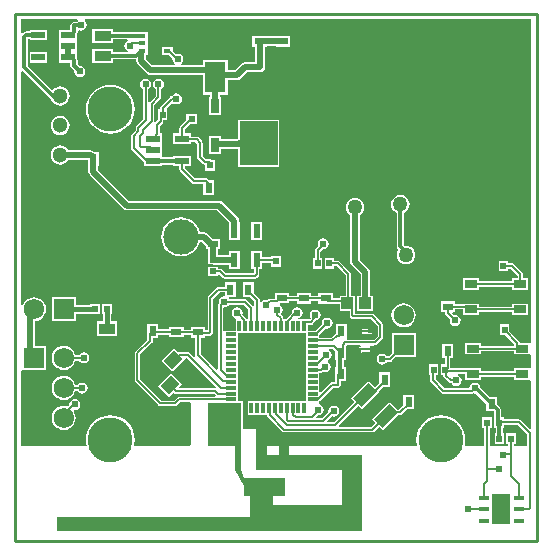
<source format=gtl>
G04*
G04 #@! TF.GenerationSoftware,Altium Limited,Altium Designer,19.1.7 (138)*
G04*
G04 Layer_Physical_Order=1*
G04 Layer_Color=255*
%FSLAX44Y44*%
%MOMM*%
G71*
G01*
G75*
%ADD10C,0.2540*%
%ADD16R,3.2000X3.7500*%
%ADD17R,1.4500X0.9000*%
%ADD18R,1.2000X0.6000*%
%ADD19R,0.6000X1.2000*%
%ADD20R,1.2500X0.6000*%
%ADD21R,1.1000X1.7000*%
%ADD22R,0.6000X0.3500*%
%ADD23R,1.6000X2.5000*%
%ADD24R,0.9000X0.4500*%
%ADD25R,0.7500X1.2500*%
G04:AMPARAMS|DCode=26|XSize=0.46mm|YSize=0.46mm|CornerRadius=0.115mm|HoleSize=0mm|Usage=FLASHONLY|Rotation=180.000|XOffset=0mm|YOffset=0mm|HoleType=Round|Shape=RoundedRectangle|*
%AMROUNDEDRECTD26*
21,1,0.4600,0.2300,0,0,180.0*
21,1,0.2300,0.4600,0,0,180.0*
1,1,0.2300,-0.1150,0.1150*
1,1,0.2300,0.1150,0.1150*
1,1,0.2300,0.1150,-0.1150*
1,1,0.2300,-0.1150,-0.1150*
%
%ADD26ROUNDEDRECTD26*%
%ADD27R,5.2500X5.2500*%
%ADD28R,0.8500X0.3000*%
%ADD29R,0.3000X0.8500*%
%ADD30R,1.0500X0.6500*%
%ADD31R,0.6096X0.9144*%
%ADD32R,1.4000X0.9500*%
G04:AMPARAMS|DCode=33|XSize=1.8mm|YSize=1mm|CornerRadius=0mm|HoleSize=0mm|Usage=FLASHONLY|Rotation=45.000|XOffset=0mm|YOffset=0mm|HoleType=Round|Shape=Rectangle|*
%AMROTATEDRECTD33*
4,1,4,-0.2828,-0.9900,-0.9900,-0.2828,0.2828,0.9900,0.9900,0.2828,-0.2828,-0.9900,0.0*
%
%ADD33ROTATEDRECTD33*%

G04:AMPARAMS|DCode=34|XSize=1.2mm|YSize=1mm|CornerRadius=0mm|HoleSize=0mm|Usage=FLASHONLY|Rotation=45.000|XOffset=0mm|YOffset=0mm|HoleType=Round|Shape=Rectangle|*
%AMROTATEDRECTD34*
4,1,4,-0.0707,-0.7778,-0.7778,-0.0707,0.0707,0.7778,0.7778,0.0707,-0.0707,-0.7778,0.0*
%
%ADD34ROTATEDRECTD34*%

%ADD35R,1.8000X2.6000*%
%ADD36R,1.0000X1.0000*%
%ADD37R,0.6000X0.9000*%
%ADD38R,0.5000X0.6000*%
%ADD39R,0.9000X0.6000*%
%ADD40R,0.6000X0.5000*%
%ADD75C,0.5000*%
%ADD76C,0.1524*%
%ADD77C,0.3000*%
%ADD78C,0.4000*%
%ADD79C,3.0000*%
%ADD80C,1.3000*%
%ADD81C,1.7250*%
%ADD82R,1.7250X1.7250*%
%ADD83R,1.7250X1.7250*%
%ADD84C,0.6096*%
%ADD85C,1.2700*%
%ADD86C,0.5000*%
%ADD87C,3.8100*%
G36*
X127254Y-356101D02*
X126584Y-357094D01*
X125984Y-357094D01*
X117653D01*
Y-356948D01*
X117475Y-356056D01*
X116970Y-355300D01*
X108846Y-347176D01*
Y-341424D01*
X100798D01*
Y-350472D01*
X105550D01*
X112991Y-357913D01*
Y-359380D01*
X112862Y-359537D01*
X85084D01*
Y-357094D01*
X71536D01*
Y-366642D01*
X85084D01*
Y-364199D01*
X113036D01*
Y-366642D01*
X125984D01*
X127254Y-367635D01*
Y-377602D01*
X126584Y-378594D01*
X125984Y-378594D01*
X113036D01*
Y-381037D01*
X85084D01*
Y-378594D01*
X76047D01*
X75822Y-378549D01*
X59997D01*
X58853Y-377992D01*
Y-370136D01*
X61176D01*
Y-358088D01*
X52128D01*
Y-370136D01*
X54191D01*
Y-375206D01*
X50760D01*
Y-384254D01*
X53028D01*
Y-385016D01*
X53206Y-385908D01*
X53711Y-386664D01*
X57569Y-390522D01*
X58325Y-391027D01*
X59217Y-391205D01*
X60067D01*
X60712Y-392170D01*
X62224Y-393181D01*
X64008Y-393536D01*
X65792Y-393181D01*
X67304Y-392170D01*
X68315Y-390658D01*
X68670Y-388874D01*
X68315Y-387090D01*
X67304Y-385578D01*
X65792Y-384567D01*
X65357Y-384481D01*
X65482Y-383211D01*
X71536D01*
Y-388142D01*
X85084D01*
Y-385699D01*
X113036D01*
Y-388142D01*
X125984D01*
X127254Y-389134D01*
X127254Y-429384D01*
X126081Y-429870D01*
X118742Y-422532D01*
X117986Y-422027D01*
X117094Y-421849D01*
X104020D01*
Y-420164D01*
X102203D01*
Y-414214D01*
X102203Y-414214D01*
X101968Y-413034D01*
X101300Y-412034D01*
X98370Y-409104D01*
Y-402916D01*
X92182D01*
X84019Y-394753D01*
X83809Y-393694D01*
X82798Y-392182D01*
X81286Y-391171D01*
X79502Y-390816D01*
X77718Y-391171D01*
X76206Y-392182D01*
X75195Y-393694D01*
X74849Y-395433D01*
X54051D01*
X46527Y-387909D01*
Y-384254D01*
X48808D01*
Y-375206D01*
X40760D01*
Y-384254D01*
X41865D01*
Y-388874D01*
X42043Y-389766D01*
X42548Y-390522D01*
X51438Y-399412D01*
X52194Y-399917D01*
X53086Y-400095D01*
X77216D01*
X78108Y-399917D01*
X78172Y-399875D01*
X79502Y-400140D01*
X80489Y-399943D01*
X89322Y-408776D01*
Y-414964D01*
X95510D01*
X96037Y-415491D01*
Y-420164D01*
X95972D01*
Y-429212D01*
X97327D01*
Y-433626D01*
X96386D01*
Y-442674D01*
X104434D01*
Y-433626D01*
X103493D01*
Y-429212D01*
X104020D01*
Y-426511D01*
X116129D01*
X124161Y-434543D01*
Y-444500D01*
X112741D01*
Y-442674D01*
X114434D01*
Y-433626D01*
X106386D01*
Y-442674D01*
X108079D01*
Y-444500D01*
X92327D01*
Y-429212D01*
X94020D01*
Y-420164D01*
X85972D01*
Y-429212D01*
X87665D01*
Y-444500D01*
X71783D01*
X71026Y-443480D01*
X71140Y-443103D01*
X71538Y-439070D01*
X71140Y-435037D01*
X69964Y-431159D01*
X68053Y-427584D01*
X65482Y-424452D01*
X62350Y-421881D01*
X58775Y-419970D01*
X54897Y-418794D01*
X50864Y-418396D01*
X46831Y-418794D01*
X42953Y-419970D01*
X39378Y-421881D01*
X36246Y-424452D01*
X33675Y-427584D01*
X31764Y-431159D01*
X30588Y-435037D01*
X30190Y-439070D01*
X30588Y-443103D01*
X30702Y-443480D01*
X29945Y-444500D01*
X-77410D01*
Y-451900D01*
X-15610D01*
Y-516500D01*
X-274410D01*
Y-504400D01*
X-110410D01*
Y-486400D01*
X-115910D01*
Y-478150D01*
X-123010Y-465000D01*
Y-444500D01*
X-146560D01*
X-146560Y-407968D01*
X-118364Y-407968D01*
X-118364Y-444500D01*
X-118410D01*
Y-464800D01*
X-115910Y-471400D01*
X-80910D01*
Y-486400D01*
X-90910D01*
Y-494400D01*
X-32910D01*
Y-464800D01*
X-105410D01*
Y-444500D01*
X-96410D01*
X-104365D01*
X-105410Y-444500D01*
X-105410Y-444497D01*
X-105538Y-443230D01*
Y-431292D01*
X-106022Y-430126D01*
X-107188Y-429642D01*
X-116639D01*
X-116714Y-429592D01*
Y-417718D01*
X-116678D01*
Y-406170D01*
X-120928D01*
Y-397968D01*
Y-387968D01*
Y-377968D01*
Y-367968D01*
Y-357968D01*
Y-348718D01*
X-63476D01*
Y-357968D01*
Y-367968D01*
Y-377968D01*
Y-387968D01*
Y-397968D01*
Y-406170D01*
X-112726D01*
Y-417718D01*
X-96295D01*
Y-418100D01*
X-96117Y-418992D01*
X-95612Y-419748D01*
X-83182Y-432178D01*
X-82426Y-432683D01*
X-81534Y-432861D01*
X-7214D01*
X-6322Y-432683D01*
X-5566Y-432178D01*
X-1273Y-427884D01*
X1692Y-430850D01*
X14245Y-418297D01*
X16438D01*
X17330Y-418120D01*
X18086Y-417615D01*
X22514Y-413186D01*
X28266D01*
Y-401138D01*
X19218D01*
Y-409890D01*
X15472Y-413636D01*
X14245D01*
X7349Y-406740D01*
X-7534Y-421623D01*
X-4569Y-424588D01*
X-8180Y-428199D01*
X-35147D01*
X-35673Y-426929D01*
X-18950Y-410207D01*
X-15985Y-413172D01*
X-1102Y-398289D01*
X-1657Y-397733D01*
X1940Y-394136D01*
X7692D01*
Y-382088D01*
X-1356D01*
Y-390840D01*
X-4954Y-394437D01*
X-10329Y-389062D01*
X-25212Y-403946D01*
X-22247Y-406911D01*
X-39471Y-424135D01*
X-44784D01*
X-45270Y-422962D01*
X-41398Y-419091D01*
X-39624Y-419444D01*
X-37840Y-419089D01*
X-36328Y-418078D01*
X-35317Y-416566D01*
X-34962Y-414782D01*
X-35317Y-412998D01*
X-36328Y-411486D01*
X-37840Y-410475D01*
X-39624Y-410120D01*
X-41408Y-410475D01*
X-42920Y-411486D01*
X-43931Y-412998D01*
X-44286Y-414782D01*
X-44186Y-415285D01*
X-49690Y-420790D01*
X-54139D01*
X-54625Y-419617D01*
X-53123Y-418116D01*
X-52832Y-418174D01*
X-51048Y-417819D01*
X-49536Y-416808D01*
X-48525Y-415296D01*
X-48170Y-413512D01*
X-48525Y-411728D01*
X-49536Y-410216D01*
X-51048Y-409205D01*
X-51590Y-409098D01*
X-51928Y-407968D01*
X-51928Y-407967D01*
X-51928D01*
X-51928Y-407967D01*
Y-406289D01*
X-51276Y-405854D01*
X-40437Y-395015D01*
X-36624D01*
X-35732Y-394837D01*
X-34976Y-394332D01*
X-34506Y-393862D01*
X-34001Y-393106D01*
X-33823Y-392214D01*
Y-389310D01*
X-29392D01*
Y-377262D01*
X-31461D01*
Y-371276D01*
X-29392D01*
Y-359332D01*
X-29007Y-358947D01*
X-17253D01*
X-17128Y-360217D01*
X-17570Y-360305D01*
X-18326Y-360810D01*
X-20564Y-363048D01*
X-21069Y-363804D01*
X-21247Y-364696D01*
Y-365252D01*
X-21069Y-366144D01*
X-20564Y-366900D01*
X-19808Y-367405D01*
X-18916Y-367583D01*
X-18024Y-367405D01*
X-17268Y-366900D01*
X-16763Y-366144D01*
X-16687Y-365763D01*
X-15713Y-364789D01*
X-6604D01*
X-5712Y-364611D01*
X-4956Y-364106D01*
X-4451Y-363350D01*
X-4273Y-362458D01*
X-4451Y-361566D01*
X-4956Y-360810D01*
X-5712Y-360305D01*
X-6154Y-360217D01*
X-6029Y-358947D01*
X-5080D01*
X-4188Y-358769D01*
X-3432Y-358264D01*
X1394Y-353438D01*
X1899Y-352682D01*
X2077Y-351790D01*
Y-341630D01*
X1899Y-340738D01*
X1394Y-339982D01*
X-5718Y-332870D01*
X-6474Y-332365D01*
X-7366Y-332187D01*
X-21759D01*
Y-327834D01*
X-21804Y-327609D01*
Y-317072D01*
X-25101D01*
Y-298450D01*
X-25279Y-297558D01*
X-25784Y-296802D01*
X-34420Y-288166D01*
X-35176Y-287661D01*
X-36068Y-287483D01*
X-39490D01*
Y-285290D01*
X-47538D01*
Y-294338D01*
X-39490D01*
Y-292145D01*
X-37033D01*
X-29763Y-299415D01*
Y-317072D01*
X-34852D01*
Y-319319D01*
X-40712D01*
Y-314888D01*
X-52760D01*
Y-317081D01*
X-59254D01*
Y-314888D01*
X-71302D01*
Y-317081D01*
X-77796D01*
Y-314634D01*
X-89844D01*
Y-319548D01*
X-93917D01*
X-94809Y-319725D01*
X-95565Y-320230D01*
X-96040Y-320705D01*
X-97282Y-320458D01*
X-99066Y-320813D01*
X-100578Y-321824D01*
X-101047Y-322526D01*
X-102317Y-322140D01*
Y-321056D01*
X-102495Y-320164D01*
X-103000Y-319408D01*
X-107696Y-314712D01*
Y-305816D01*
X-116840D01*
Y-318008D01*
X-110992D01*
X-106979Y-322021D01*
Y-325107D01*
X-107478Y-325421D01*
X-108249Y-325589D01*
X-113160Y-320678D01*
X-113916Y-320173D01*
X-114808Y-319995D01*
X-128195D01*
X-128759Y-319197D01*
X-128156Y-318008D01*
X-122936D01*
Y-305816D01*
X-132080D01*
Y-309581D01*
X-137414D01*
X-138306Y-309759D01*
X-139062Y-310264D01*
X-145920Y-317122D01*
X-146425Y-317878D01*
X-146603Y-318770D01*
Y-346411D01*
X-148916D01*
Y-343590D01*
X-160964D01*
Y-345783D01*
X-166950D01*
Y-343336D01*
X-178998D01*
Y-345529D01*
X-188636D01*
Y-340686D01*
X-197684D01*
Y-348723D01*
X-197729Y-348948D01*
Y-354199D01*
X-207642Y-364112D01*
X-208147Y-364868D01*
X-208325Y-365760D01*
Y-388874D01*
X-208147Y-389766D01*
X-207642Y-390522D01*
X-188338Y-409826D01*
X-187582Y-410331D01*
X-186690Y-410509D01*
X-174244D01*
X-173352Y-410331D01*
X-172596Y-409826D01*
X-170044Y-407274D01*
X-161343D01*
X-160909Y-407924D01*
X-160909Y-443230D01*
X-162179Y-444500D01*
X-207976D01*
X-208732Y-443480D01*
X-208618Y-443103D01*
X-208221Y-439070D01*
X-208618Y-435037D01*
X-209794Y-431159D01*
X-211705Y-427584D01*
X-214276Y-424452D01*
X-217408Y-421881D01*
X-220983Y-419970D01*
X-224861Y-418794D01*
X-228894Y-418396D01*
X-232927Y-418794D01*
X-236805Y-419970D01*
X-240380Y-421881D01*
X-243512Y-424452D01*
X-246083Y-427584D01*
X-247994Y-431159D01*
X-249170Y-435037D01*
X-249568Y-439070D01*
X-249170Y-443103D01*
X-249056Y-443480D01*
X-249813Y-444500D01*
X-304292D01*
X-304292Y-381133D01*
X-304027Y-379973D01*
X-303022Y-379973D01*
X-283729D01*
Y-359675D01*
X-292823D01*
Y-338807D01*
X-290975Y-338564D01*
X-288506Y-337541D01*
X-286386Y-335914D01*
X-284759Y-333794D01*
X-283736Y-331325D01*
X-283387Y-328676D01*
X-283736Y-326027D01*
X-284759Y-323558D01*
X-286386Y-321438D01*
X-288506Y-319811D01*
X-290975Y-318788D01*
X-293624Y-318439D01*
X-296273Y-318788D01*
X-298742Y-319811D01*
X-300862Y-321438D01*
X-302489Y-323558D01*
X-303022Y-324844D01*
X-304292Y-324591D01*
X-304292Y-127407D01*
X-303022Y-126881D01*
X-278905Y-150998D01*
X-278481Y-152021D01*
X-277195Y-153697D01*
X-275519Y-154983D01*
X-273567Y-155792D01*
X-271472Y-156067D01*
X-269377Y-155792D01*
X-267425Y-154983D01*
X-265749Y-153697D01*
X-264463Y-152021D01*
X-263654Y-150069D01*
X-263379Y-147974D01*
X-263654Y-145879D01*
X-264463Y-143927D01*
X-265749Y-142251D01*
X-267425Y-140965D01*
X-269377Y-140156D01*
X-271472Y-139881D01*
X-273567Y-140156D01*
X-275519Y-140965D01*
X-277195Y-142251D01*
X-277362Y-142469D01*
X-278629Y-142552D01*
X-298761Y-122421D01*
Y-99413D01*
X-298697Y-99349D01*
X-297392D01*
Y-100942D01*
X-282344D01*
Y-91894D01*
X-297392D01*
Y-93183D01*
X-299974D01*
X-301154Y-93418D01*
X-302154Y-94086D01*
X-302154Y-94086D01*
X-303022Y-94953D01*
X-304292Y-94427D01*
Y-83144D01*
X-257043D01*
X-256565Y-84413D01*
X-257139Y-85055D01*
X-259630D01*
X-260810Y-85289D01*
X-261810Y-85958D01*
X-262479Y-86958D01*
X-262714Y-88138D01*
Y-91894D01*
X-272392D01*
Y-100124D01*
X-272392Y-100942D01*
X-272392Y-102212D01*
Y-110442D01*
X-272392D01*
Y-110894D01*
X-272392D01*
Y-119942D01*
X-262714D01*
Y-122386D01*
X-262714Y-122386D01*
X-262479Y-123566D01*
X-261810Y-124566D01*
X-259374Y-127003D01*
X-259424Y-127254D01*
X-259069Y-129038D01*
X-258058Y-130550D01*
X-256546Y-131561D01*
X-254762Y-131916D01*
X-252978Y-131561D01*
X-251466Y-130550D01*
X-250455Y-129038D01*
X-250100Y-127254D01*
X-250455Y-125470D01*
X-251466Y-123958D01*
X-252978Y-122947D01*
X-254762Y-122592D01*
X-255013Y-122642D01*
X-256547Y-121109D01*
Y-117656D01*
X-256782Y-116476D01*
X-257344Y-115634D01*
Y-110894D01*
X-257344D01*
Y-110442D01*
X-257344D01*
Y-102212D01*
X-257344Y-101394D01*
X-257344Y-100124D01*
Y-96202D01*
X-256782Y-95360D01*
X-256547Y-94180D01*
Y-92942D01*
X-255427Y-92344D01*
X-255276Y-92445D01*
X-253492Y-92800D01*
X-251708Y-92445D01*
X-250196Y-91434D01*
X-249185Y-89922D01*
X-248830Y-88138D01*
X-249185Y-86354D01*
X-250196Y-84842D01*
X-250837Y-84413D01*
X-250452Y-83144D01*
X127254D01*
X127254Y-356101D01*
D02*
G37*
G36*
X-52760Y-323936D02*
X-44723D01*
X-44498Y-323981D01*
X-34852D01*
Y-330120D01*
X-26421D01*
Y-333625D01*
X-26243Y-334517D01*
X-25738Y-335273D01*
X-24845Y-336166D01*
X-24089Y-336671D01*
X-23197Y-336849D01*
X-8331D01*
X-2585Y-342595D01*
Y-350825D01*
X-6045Y-354285D01*
X-28337D01*
X-28884Y-353242D01*
Y-341194D01*
X-37932D01*
Y-348782D01*
X-38038Y-348803D01*
X-38794Y-349308D01*
X-42099Y-352613D01*
X-51928D01*
Y-350216D01*
X-46481Y-344769D01*
X-45212Y-345022D01*
X-43428Y-344667D01*
X-41916Y-343656D01*
X-40905Y-342144D01*
X-40550Y-340360D01*
X-40905Y-338576D01*
X-41916Y-337064D01*
X-43428Y-336053D01*
X-45212Y-335698D01*
X-46996Y-336053D01*
X-48508Y-337064D01*
X-49519Y-338576D01*
X-49874Y-340360D01*
X-49673Y-341369D01*
X-55224Y-346920D01*
X-61678D01*
Y-341786D01*
X-59294D01*
X-58402Y-341609D01*
X-57646Y-341104D01*
X-54486Y-337944D01*
X-54480Y-337936D01*
X-53842Y-337809D01*
X-52330Y-336798D01*
X-51319Y-335286D01*
X-50964Y-333502D01*
X-51319Y-331718D01*
X-52330Y-330206D01*
X-53842Y-329195D01*
X-55626Y-328840D01*
X-57410Y-329195D01*
X-58922Y-330206D01*
X-59933Y-331718D01*
X-60288Y-333502D01*
X-59933Y-335286D01*
X-59327Y-336193D01*
X-60259Y-337125D01*
X-63964D01*
X-64189Y-337170D01*
X-69575D01*
X-69700Y-335900D01*
X-69082Y-335777D01*
X-67570Y-334766D01*
X-66559Y-333254D01*
X-66204Y-331470D01*
X-66559Y-329686D01*
X-67570Y-328174D01*
X-69082Y-327163D01*
X-70866Y-326808D01*
X-72650Y-327163D01*
X-74162Y-328174D01*
X-75173Y-329686D01*
X-75528Y-331470D01*
X-75524Y-331487D01*
X-80612Y-336574D01*
X-81010Y-337170D01*
X-82371D01*
Y-336176D01*
X-82549Y-335284D01*
X-83054Y-334528D01*
X-84291Y-333291D01*
X-84245Y-332823D01*
X-83235Y-331311D01*
X-82880Y-329527D01*
X-83235Y-327743D01*
X-84245Y-326231D01*
X-85295Y-325529D01*
X-85664Y-324200D01*
X-85641Y-323948D01*
X-85422Y-323682D01*
X-77796D01*
Y-321743D01*
X-71302D01*
Y-323936D01*
X-59254D01*
Y-321743D01*
X-52760D01*
Y-323936D01*
D02*
G37*
G36*
X-112032Y-328398D02*
Y-336345D01*
X-113287Y-336550D01*
X-113792Y-335794D01*
X-117147Y-332439D01*
X-117004Y-331724D01*
X-117359Y-329940D01*
X-118370Y-328428D01*
X-119882Y-327417D01*
X-121666Y-327062D01*
X-123450Y-327417D01*
X-124962Y-328428D01*
X-125973Y-329940D01*
X-126328Y-331724D01*
X-125973Y-333508D01*
X-124962Y-335020D01*
X-123450Y-336031D01*
X-123222Y-336076D01*
X-122726Y-337170D01*
X-122726Y-337170D01*
X-122726Y-337170D01*
Y-346920D01*
X-132476D01*
X-133305Y-345993D01*
Y-327576D01*
X-132588Y-326988D01*
X-130804Y-326633D01*
X-129292Y-325622D01*
X-128647Y-324657D01*
X-115773D01*
X-112032Y-328398D01*
D02*
G37*
G36*
X-178998Y-352384D02*
X-166950D01*
Y-350445D01*
X-160964D01*
Y-352638D01*
X-157271D01*
Y-367538D01*
X-157159Y-368101D01*
X-158260Y-368796D01*
X-161614Y-365442D01*
X-162370Y-364936D01*
X-163262Y-364759D01*
X-170882D01*
X-171509Y-364883D01*
X-174917Y-361476D01*
X-185557Y-372117D01*
X-176331Y-381343D01*
X-165690Y-370702D01*
Y-370702D01*
X-165104Y-369612D01*
X-164139Y-369509D01*
X-139219Y-394429D01*
X-139845Y-395600D01*
X-140091Y-395551D01*
X-170495D01*
X-170981Y-394377D01*
X-168519Y-391916D01*
X-177745Y-382689D01*
X-188386Y-393330D01*
X-179159Y-402556D01*
X-175487Y-398884D01*
X-174841Y-399530D01*
X-174085Y-400035D01*
X-173193Y-400212D01*
X-141056D01*
X-139925Y-401343D01*
X-140197Y-402321D01*
X-140405Y-402613D01*
X-171010D01*
X-171901Y-402790D01*
X-172658Y-403296D01*
X-175209Y-405847D01*
X-185725D01*
X-203663Y-387909D01*
Y-366725D01*
X-193750Y-356812D01*
X-193245Y-356056D01*
X-193067Y-355164D01*
Y-352734D01*
X-188636D01*
Y-350191D01*
X-178998D01*
Y-352384D01*
D02*
G37*
G36*
X-132080Y-317248D02*
X-132588Y-317664D01*
X-134372Y-318019D01*
X-135884Y-319030D01*
X-136895Y-320542D01*
X-137250Y-322326D01*
X-137023Y-323465D01*
X-137284Y-323726D01*
X-137789Y-324482D01*
X-137967Y-325374D01*
Y-379419D01*
X-139237Y-379945D01*
X-152609Y-366573D01*
Y-352638D01*
X-148916D01*
Y-351073D01*
X-145165D01*
X-144273Y-350895D01*
X-143517Y-350390D01*
X-142624Y-349497D01*
X-142119Y-348741D01*
X-141941Y-347849D01*
Y-319735D01*
X-136449Y-314243D01*
X-132080D01*
Y-317248D01*
D02*
G37*
G36*
X-38440Y-364150D02*
Y-371276D01*
X-37627D01*
Y-377262D01*
X-38440D01*
Y-384043D01*
X-38485Y-384268D01*
Y-390353D01*
X-41402D01*
X-42294Y-390531D01*
X-43050Y-391036D01*
X-50754Y-398740D01*
X-51928Y-398254D01*
Y-392968D01*
Y-382275D01*
X-50506D01*
X-49614Y-382097D01*
X-48935Y-381643D01*
X-48774Y-381751D01*
X-46990Y-382106D01*
X-45206Y-381751D01*
X-43694Y-380740D01*
X-42683Y-379228D01*
X-42328Y-377444D01*
X-42683Y-375660D01*
X-43694Y-374148D01*
X-45029Y-373256D01*
X-45050Y-372535D01*
X-44894Y-371934D01*
X-44444Y-371845D01*
X-42932Y-370834D01*
X-41921Y-369322D01*
X-41566Y-367538D01*
X-41921Y-365754D01*
X-42932Y-364242D01*
X-44014Y-363519D01*
X-43629Y-362249D01*
X-40341D01*
X-38440Y-364150D01*
D02*
G37*
%LPC*%
G36*
X-226684Y-90886D02*
X-244232D01*
Y-102934D01*
X-226684D01*
Y-99961D01*
X-214530D01*
X-214371Y-100413D01*
X-214319Y-101231D01*
X-215640Y-102114D01*
X-216651Y-103626D01*
X-217006Y-105410D01*
X-216651Y-107194D01*
X-215640Y-108706D01*
X-214368Y-109557D01*
X-214552Y-110761D01*
X-214579Y-110827D01*
X-226684D01*
Y-107886D01*
X-244232D01*
Y-119934D01*
X-226684D01*
Y-116993D01*
X-207092D01*
Y-118321D01*
X-206780Y-119891D01*
X-205891Y-121222D01*
X-197973Y-129139D01*
X-196642Y-130028D01*
X-195072Y-130341D01*
X-150732D01*
Y-146824D01*
X-144311D01*
Y-148700D01*
X-145482D01*
Y-164248D01*
X-134934D01*
Y-148700D01*
X-136105D01*
Y-146824D01*
X-129684D01*
Y-134625D01*
X-121886D01*
X-120316Y-134312D01*
X-118985Y-133423D01*
X-113377Y-127815D01*
X-102108D01*
X-100538Y-127502D01*
X-99207Y-126613D01*
X-98317Y-125282D01*
X-98005Y-123712D01*
Y-106258D01*
X-96592D01*
Y-105837D01*
X-88828D01*
Y-106258D01*
X-76780D01*
Y-97210D01*
X-88828D01*
Y-97631D01*
X-96592D01*
Y-97210D01*
X-108640D01*
Y-106258D01*
X-106211D01*
Y-119609D01*
X-115076D01*
X-116646Y-119922D01*
X-117977Y-120811D01*
X-123585Y-126419D01*
X-129684D01*
Y-117776D01*
X-150732D01*
Y-122135D01*
X-169114D01*
X-169499Y-120865D01*
X-168408Y-120136D01*
X-167397Y-118624D01*
X-167042Y-116840D01*
X-167397Y-115056D01*
X-168408Y-113544D01*
X-169920Y-112533D01*
X-171704Y-112178D01*
X-173488Y-112533D01*
X-173531Y-112562D01*
X-176238Y-109856D01*
Y-106604D01*
X-185286D01*
Y-113152D01*
X-179534D01*
X-176279Y-116407D01*
X-176366Y-116840D01*
X-176011Y-118624D01*
X-175000Y-120136D01*
X-173909Y-120865D01*
X-174294Y-122135D01*
X-193373D01*
X-198887Y-116621D01*
Y-113152D01*
X-197238D01*
Y-106652D01*
Y-100152D01*
Y-93604D01*
X-206286D01*
Y-93795D01*
X-226684D01*
Y-90886D01*
D02*
G37*
G36*
X-282344Y-110894D02*
X-297392D01*
Y-119942D01*
X-282344D01*
Y-110894D01*
D02*
G37*
G36*
X-188214Y-133514D02*
X-189998Y-133869D01*
X-191510Y-134880D01*
X-192521Y-136392D01*
X-192876Y-138176D01*
X-192521Y-139960D01*
X-191510Y-141472D01*
X-190545Y-142117D01*
Y-148133D01*
X-195535Y-153123D01*
X-196217Y-152995D01*
X-196805Y-152654D01*
Y-142117D01*
X-195840Y-141472D01*
X-194829Y-139960D01*
X-194474Y-138176D01*
X-194829Y-136392D01*
X-195840Y-134880D01*
X-197352Y-133869D01*
X-199136Y-133514D01*
X-200920Y-133869D01*
X-202432Y-134880D01*
X-203443Y-136392D01*
X-203798Y-138176D01*
X-203443Y-139960D01*
X-202432Y-141472D01*
X-201467Y-142117D01*
Y-167691D01*
X-206898Y-173121D01*
X-207403Y-173878D01*
X-207580Y-174770D01*
Y-176648D01*
X-210962Y-180029D01*
X-211467Y-180785D01*
X-211644Y-181677D01*
Y-192091D01*
X-211467Y-192983D01*
X-210962Y-193739D01*
X-200885Y-203816D01*
Y-207639D01*
X-185337D01*
Y-206199D01*
X-175886D01*
Y-207639D01*
X-170442D01*
Y-209840D01*
X-170265Y-210732D01*
X-169760Y-211489D01*
X-159636Y-221612D01*
X-158880Y-222117D01*
X-157988Y-222295D01*
X-150200D01*
Y-231576D01*
X-141152D01*
Y-219528D01*
X-145054D01*
X-146266Y-218316D01*
X-147022Y-217811D01*
X-147914Y-217633D01*
X-157023D01*
X-165746Y-208909D01*
X-165698Y-207639D01*
X-160338D01*
Y-198591D01*
X-175886D01*
Y-200032D01*
X-184439D01*
X-185337Y-199134D01*
Y-198591D01*
X-185337D01*
Y-198139D01*
X-185337D01*
Y-189909D01*
X-185337Y-189091D01*
X-185337D01*
Y-188639D01*
X-185337D01*
Y-179591D01*
X-186953D01*
Y-173231D01*
X-184748Y-171026D01*
X-184243Y-170270D01*
X-184065Y-169378D01*
Y-168354D01*
X-180634D01*
Y-159306D01*
X-180884D01*
X-181410Y-158036D01*
X-177078Y-153704D01*
X-176298Y-153781D01*
X-174785Y-154792D01*
X-173001Y-155147D01*
X-171218Y-154792D01*
X-169705Y-153781D01*
X-168695Y-152269D01*
X-168340Y-150485D01*
X-168695Y-148701D01*
X-169705Y-147189D01*
X-171218Y-146178D01*
X-173001Y-145823D01*
X-174785Y-146178D01*
X-176298Y-147189D01*
X-176943Y-148154D01*
X-177155D01*
X-178047Y-148332D01*
X-178803Y-148837D01*
X-186306Y-156340D01*
X-186811Y-157096D01*
X-186989Y-157988D01*
Y-159306D01*
X-188682D01*
Y-165343D01*
X-188727Y-165568D01*
Y-168413D01*
X-190736Y-170422D01*
X-191841Y-169747D01*
X-191725Y-169164D01*
Y-155905D01*
X-186566Y-150746D01*
X-186061Y-149990D01*
X-185883Y-149098D01*
Y-142117D01*
X-184918Y-141472D01*
X-183907Y-139960D01*
X-183552Y-138176D01*
X-183907Y-136392D01*
X-184918Y-134880D01*
X-186430Y-133869D01*
X-188214Y-133514D01*
D02*
G37*
G36*
X-228890Y-138433D02*
X-232923Y-138830D01*
X-236801Y-140006D01*
X-240376Y-141917D01*
X-243508Y-144488D01*
X-246079Y-147620D01*
X-247990Y-151195D01*
X-249166Y-155073D01*
X-249564Y-159106D01*
X-249166Y-163139D01*
X-247990Y-167017D01*
X-246079Y-170592D01*
X-243508Y-173724D01*
X-240376Y-176295D01*
X-236801Y-178206D01*
X-232923Y-179382D01*
X-228890Y-179779D01*
X-224857Y-179382D01*
X-220979Y-178206D01*
X-217404Y-176295D01*
X-214272Y-173724D01*
X-211701Y-170592D01*
X-209790Y-167017D01*
X-208614Y-163139D01*
X-208216Y-159106D01*
X-208614Y-155073D01*
X-209790Y-151195D01*
X-211701Y-147620D01*
X-214272Y-144488D01*
X-217404Y-141917D01*
X-220979Y-140006D01*
X-224857Y-138830D01*
X-228890Y-138433D01*
D02*
G37*
G36*
X-271472Y-164881D02*
X-273567Y-165156D01*
X-275519Y-165965D01*
X-277195Y-167251D01*
X-278481Y-168927D01*
X-279289Y-170879D01*
X-279565Y-172974D01*
X-279289Y-175069D01*
X-278481Y-177021D01*
X-277195Y-178697D01*
X-275519Y-179983D01*
X-273567Y-180791D01*
X-271472Y-181067D01*
X-269377Y-180791D01*
X-267425Y-179983D01*
X-265749Y-178697D01*
X-264463Y-177021D01*
X-263654Y-175069D01*
X-263379Y-172974D01*
X-263654Y-170879D01*
X-264463Y-168927D01*
X-265749Y-167251D01*
X-267425Y-165965D01*
X-269377Y-165156D01*
X-271472Y-164881D01*
D02*
G37*
G36*
X-85854Y-167940D02*
X-120902D01*
Y-184313D01*
X-121458Y-184424D01*
X-122062Y-184827D01*
X-134934D01*
Y-181700D01*
X-145482D01*
Y-197248D01*
X-134934D01*
Y-193032D01*
X-120902D01*
Y-208488D01*
X-85854D01*
Y-167940D01*
D02*
G37*
G36*
X-155496Y-163282D02*
X-164544D01*
Y-168534D01*
X-169760Y-173749D01*
X-170265Y-174506D01*
X-170442Y-175397D01*
Y-179591D01*
X-175886D01*
Y-188639D01*
X-160338D01*
Y-186989D01*
X-156921D01*
X-155493Y-188417D01*
Y-199644D01*
X-155315Y-200536D01*
X-154810Y-201292D01*
X-150698Y-205404D01*
X-149942Y-205909D01*
X-149050Y-206087D01*
X-148470D01*
Y-211280D01*
X-140422D01*
Y-202232D01*
X-143183D01*
X-143266Y-202108D01*
X-144022Y-201603D01*
X-144914Y-201425D01*
X-148085D01*
X-150831Y-198679D01*
Y-187452D01*
X-151009Y-186560D01*
X-151514Y-185804D01*
X-154308Y-183010D01*
X-155064Y-182505D01*
X-155956Y-182327D01*
X-160338D01*
Y-179591D01*
X-165781D01*
Y-176363D01*
X-160748Y-171330D01*
X-155496D01*
Y-163282D01*
D02*
G37*
G36*
X-100530Y-254550D02*
X-109578D01*
Y-269598D01*
X-100530D01*
Y-254550D01*
D02*
G37*
G36*
X-271472Y-189881D02*
X-273567Y-190156D01*
X-275519Y-190965D01*
X-277195Y-192251D01*
X-278481Y-193927D01*
X-279289Y-195879D01*
X-279565Y-197974D01*
X-279289Y-200069D01*
X-278481Y-202021D01*
X-277195Y-203697D01*
X-275519Y-204983D01*
X-273567Y-205791D01*
X-271472Y-206067D01*
X-269377Y-205791D01*
X-267425Y-204983D01*
X-265749Y-203697D01*
X-264506Y-202077D01*
X-247990D01*
Y-207700D01*
X-247569D01*
Y-211956D01*
X-247257Y-213526D01*
X-246367Y-214857D01*
X-217531Y-243693D01*
X-216200Y-244583D01*
X-214630Y-244895D01*
X-138605D01*
X-128578Y-254922D01*
Y-269598D01*
X-119530D01*
Y-254550D01*
X-119951D01*
Y-253644D01*
X-120264Y-252074D01*
X-121153Y-250743D01*
X-134005Y-237891D01*
X-135336Y-237001D01*
X-136906Y-236689D01*
X-212931D01*
X-239363Y-210257D01*
Y-207700D01*
X-238942D01*
Y-195652D01*
X-242224D01*
X-242803Y-195073D01*
X-244134Y-194184D01*
X-245704Y-193871D01*
X-264506D01*
X-265749Y-192251D01*
X-267425Y-190965D01*
X-269377Y-190156D01*
X-271472Y-189881D01*
D02*
G37*
G36*
X-48768Y-268388D02*
X-50552Y-268743D01*
X-52064Y-269754D01*
X-53075Y-271266D01*
X-53430Y-273050D01*
X-53075Y-274834D01*
X-52977Y-274979D01*
X-55162Y-277164D01*
X-55667Y-277920D01*
X-55845Y-278812D01*
Y-285290D01*
X-57538D01*
Y-294338D01*
X-49490D01*
Y-285290D01*
X-51183D01*
Y-279777D01*
X-49059Y-277654D01*
X-48768Y-277712D01*
X-46984Y-277357D01*
X-45472Y-276346D01*
X-44461Y-274834D01*
X-44106Y-273050D01*
X-44461Y-271266D01*
X-45472Y-269754D01*
X-46984Y-268743D01*
X-48768Y-268388D01*
D02*
G37*
G36*
X16510Y-231834D02*
X14454Y-232105D01*
X12539Y-232898D01*
X10894Y-234160D01*
X9632Y-235805D01*
X8839Y-237721D01*
X8568Y-239776D01*
X8839Y-241831D01*
X9632Y-243747D01*
X10894Y-245392D01*
X12539Y-246654D01*
X13427Y-247022D01*
Y-275315D01*
X13427Y-275315D01*
X13662Y-276495D01*
X14330Y-277495D01*
X14939Y-278104D01*
X14458Y-278731D01*
X13665Y-280646D01*
X13394Y-282702D01*
X13665Y-284757D01*
X14458Y-286673D01*
X15720Y-288318D01*
X17365Y-289580D01*
X19281Y-290373D01*
X21336Y-290644D01*
X23391Y-290373D01*
X25307Y-289580D01*
X26952Y-288318D01*
X28214Y-286673D01*
X29007Y-284757D01*
X29278Y-282702D01*
X29007Y-280646D01*
X28214Y-278731D01*
X26952Y-277086D01*
X25307Y-275824D01*
X23391Y-275031D01*
X21336Y-274760D01*
X20519Y-274867D01*
X19593Y-274009D01*
Y-247022D01*
X20481Y-246654D01*
X22126Y-245392D01*
X23388Y-243747D01*
X24181Y-241831D01*
X24452Y-239776D01*
X24181Y-237721D01*
X23388Y-235805D01*
X22126Y-234160D01*
X20481Y-232898D01*
X18565Y-232105D01*
X16510Y-231834D01*
D02*
G37*
G36*
X-100530Y-279550D02*
X-109578D01*
Y-294598D01*
X-107385D01*
Y-297891D01*
X-107391Y-297897D01*
X-131115D01*
X-134068Y-294944D01*
X-134824Y-294439D01*
X-135716Y-294261D01*
X-137462D01*
Y-292568D01*
X-146510D01*
Y-300616D01*
X-137462D01*
Y-299938D01*
X-136192Y-299412D01*
X-133728Y-301876D01*
X-132972Y-302381D01*
X-132080Y-302559D01*
X-106426D01*
X-105534Y-302381D01*
X-104778Y-301876D01*
X-103406Y-300504D01*
X-102901Y-299748D01*
X-102723Y-298856D01*
Y-294598D01*
X-100530D01*
Y-289405D01*
X-92590D01*
Y-292560D01*
X-84542D01*
Y-283512D01*
X-92590D01*
Y-284743D01*
X-100530D01*
Y-279550D01*
D02*
G37*
G36*
X-169362Y-250604D02*
X-172601Y-250923D01*
X-175716Y-251868D01*
X-178587Y-253402D01*
X-181103Y-255467D01*
X-183168Y-257983D01*
X-184702Y-260854D01*
X-185647Y-263969D01*
X-185966Y-267208D01*
X-185647Y-270447D01*
X-184702Y-273562D01*
X-183168Y-276433D01*
X-181103Y-278949D01*
X-178587Y-281014D01*
X-175716Y-282548D01*
X-172601Y-283493D01*
X-169362Y-283812D01*
X-166123Y-283493D01*
X-163008Y-282548D01*
X-160137Y-281014D01*
X-157621Y-278949D01*
X-155556Y-276433D01*
X-154022Y-273562D01*
X-153416Y-271565D01*
X-151161D01*
X-148010Y-274716D01*
Y-277962D01*
X-146089D01*
Y-282568D01*
X-146510D01*
Y-290616D01*
X-142382D01*
X-141986Y-290695D01*
X-128578D01*
Y-294598D01*
X-119530D01*
Y-279550D01*
X-128578D01*
Y-282489D01*
X-137883D01*
Y-277962D01*
X-135962D01*
Y-268914D01*
X-142208D01*
X-146561Y-264561D01*
X-147892Y-263671D01*
X-149462Y-263359D01*
X-153262D01*
X-154022Y-260854D01*
X-155556Y-257983D01*
X-157621Y-255467D01*
X-160137Y-253402D01*
X-163008Y-251868D01*
X-166123Y-250923D01*
X-169362Y-250604D01*
D02*
G37*
G36*
X107830Y-287322D02*
X99782D01*
Y-296370D01*
X107830D01*
Y-294177D01*
X110033D01*
X115955Y-300099D01*
Y-302484D01*
X111512D01*
Y-304927D01*
X83560D01*
Y-302484D01*
X70012D01*
Y-312032D01*
X83560D01*
Y-309589D01*
X111512D01*
Y-312032D01*
X125060D01*
Y-302484D01*
X120617D01*
Y-299134D01*
X120439Y-298242D01*
X119934Y-297486D01*
X112646Y-290198D01*
X111890Y-289693D01*
X110998Y-289515D01*
X107830D01*
Y-287322D01*
D02*
G37*
G36*
X-21844Y-234374D02*
X-23900Y-234645D01*
X-25815Y-235438D01*
X-27460Y-236700D01*
X-28722Y-238345D01*
X-29515Y-240261D01*
X-29786Y-242316D01*
X-29515Y-244371D01*
X-28722Y-246287D01*
X-27460Y-247932D01*
X-25947Y-249093D01*
Y-288290D01*
X-25635Y-289860D01*
X-24745Y-291191D01*
X-17057Y-298879D01*
Y-317072D01*
X-19852D01*
Y-330120D01*
X-6804D01*
Y-317072D01*
X-8851D01*
Y-297180D01*
X-9164Y-295610D01*
X-10053Y-294279D01*
X-17741Y-286591D01*
Y-249093D01*
X-16228Y-247932D01*
X-14966Y-246287D01*
X-14173Y-244371D01*
X-13902Y-242316D01*
X-14173Y-240261D01*
X-14966Y-238345D01*
X-16228Y-236700D01*
X-17873Y-235438D01*
X-19789Y-234645D01*
X-21844Y-234374D01*
D02*
G37*
G36*
X-258075Y-318527D02*
X-278373D01*
Y-338825D01*
X-258075D01*
Y-332269D01*
X-246006D01*
Y-332946D01*
X-237958D01*
Y-323898D01*
X-246006D01*
Y-325083D01*
X-258075D01*
Y-318527D01*
D02*
G37*
G36*
X62920Y-321746D02*
X50872D01*
Y-330794D01*
X54565D01*
Y-331978D01*
X54743Y-332870D01*
X55248Y-333626D01*
X58557Y-336935D01*
X58330Y-338074D01*
X58685Y-339858D01*
X59696Y-341370D01*
X61208Y-342381D01*
X62992Y-342736D01*
X64776Y-342381D01*
X66288Y-341370D01*
X67299Y-339858D01*
X67654Y-338074D01*
X67299Y-336290D01*
X66288Y-334778D01*
X64776Y-333767D01*
X62992Y-333412D01*
X61853Y-333639D01*
X60278Y-332064D01*
X60804Y-330794D01*
X62920D01*
Y-328601D01*
X70012D01*
Y-333532D01*
X83560D01*
Y-331089D01*
X111512D01*
Y-333532D01*
X125060D01*
Y-323984D01*
X111512D01*
Y-326427D01*
X83560D01*
Y-323984D01*
X74523D01*
X74298Y-323939D01*
X62920D01*
Y-321746D01*
D02*
G37*
G36*
X19304Y-323519D02*
X16655Y-323868D01*
X14186Y-324891D01*
X12066Y-326518D01*
X10439Y-328638D01*
X9416Y-331107D01*
X9067Y-333756D01*
X9416Y-336405D01*
X10439Y-338874D01*
X12066Y-340994D01*
X14186Y-342621D01*
X16655Y-343644D01*
X19304Y-343993D01*
X21953Y-343644D01*
X24422Y-342621D01*
X26542Y-340994D01*
X28169Y-338874D01*
X29192Y-336405D01*
X29541Y-333756D01*
X29192Y-331107D01*
X28169Y-328638D01*
X26542Y-326518D01*
X24422Y-324891D01*
X21953Y-323868D01*
X19304Y-323519D01*
D02*
G37*
G36*
X-227958Y-323898D02*
X-236006D01*
Y-332946D01*
X-235575D01*
Y-338810D01*
X-240680D01*
Y-351358D01*
X-223632D01*
Y-338810D01*
X-228389D01*
Y-332946D01*
X-227958D01*
Y-323898D01*
D02*
G37*
G36*
X29453Y-349007D02*
X9155D01*
Y-366009D01*
X6655Y-368509D01*
X5211D01*
X4566Y-367544D01*
X3054Y-366533D01*
X1270Y-366178D01*
X-514Y-366533D01*
X-2026Y-367544D01*
X-3037Y-369056D01*
X-3392Y-370840D01*
X-3037Y-372624D01*
X-2026Y-374136D01*
X-514Y-375147D01*
X1270Y-375502D01*
X3054Y-375147D01*
X4566Y-374136D01*
X5211Y-373171D01*
X7620D01*
X8512Y-372993D01*
X9268Y-372488D01*
X12451Y-369305D01*
X29453D01*
Y-349007D01*
D02*
G37*
G36*
X-268478Y-359587D02*
X-271127Y-359936D01*
X-273596Y-360959D01*
X-275716Y-362586D01*
X-277343Y-364706D01*
X-278366Y-367175D01*
X-278715Y-369824D01*
X-278366Y-372473D01*
X-277343Y-374942D01*
X-275716Y-377062D01*
X-273596Y-378689D01*
X-271127Y-379712D01*
X-268478Y-380061D01*
X-265829Y-379712D01*
X-263360Y-378689D01*
X-261240Y-377062D01*
X-259613Y-374942D01*
X-258590Y-372473D01*
X-258548Y-372155D01*
X-255401D01*
X-254756Y-373120D01*
X-253244Y-374131D01*
X-251460Y-374486D01*
X-249676Y-374131D01*
X-248164Y-373120D01*
X-247153Y-371608D01*
X-246798Y-369824D01*
X-247153Y-368040D01*
X-248164Y-366528D01*
X-249676Y-365517D01*
X-251460Y-365162D01*
X-253244Y-365517D01*
X-254756Y-366528D01*
X-255401Y-367493D01*
X-258548D01*
X-258590Y-367175D01*
X-259613Y-364706D01*
X-261240Y-362586D01*
X-263360Y-360959D01*
X-265829Y-359936D01*
X-268478Y-359587D01*
D02*
G37*
G36*
Y-384987D02*
X-271127Y-385336D01*
X-273596Y-386359D01*
X-275716Y-387986D01*
X-277343Y-390106D01*
X-278366Y-392575D01*
X-278715Y-395224D01*
X-278366Y-397873D01*
X-277343Y-400342D01*
X-275716Y-402462D01*
X-273596Y-404089D01*
X-271127Y-405112D01*
X-268478Y-405461D01*
X-265829Y-405112D01*
X-263360Y-404089D01*
X-261240Y-402462D01*
X-259613Y-400342D01*
X-258590Y-397873D01*
X-258565Y-397682D01*
X-256756D01*
X-256026Y-398774D01*
X-254514Y-399785D01*
X-252730Y-400140D01*
X-250946Y-399785D01*
X-249434Y-398774D01*
X-248423Y-397262D01*
X-248068Y-395478D01*
X-248423Y-393694D01*
X-249434Y-392182D01*
X-250946Y-391171D01*
X-252730Y-390816D01*
X-254514Y-391171D01*
X-256026Y-392182D01*
X-256586Y-393020D01*
X-258531D01*
X-258590Y-392575D01*
X-259613Y-390106D01*
X-261240Y-387986D01*
X-263360Y-386359D01*
X-265829Y-385336D01*
X-268478Y-384987D01*
D02*
G37*
G36*
X-259080Y-404532D02*
X-260864Y-404887D01*
X-262376Y-405898D01*
X-263387Y-407410D01*
X-263742Y-409194D01*
X-263641Y-409697D01*
X-265017Y-411073D01*
X-265829Y-410736D01*
X-268478Y-410387D01*
X-271127Y-410736D01*
X-273596Y-411759D01*
X-275716Y-413386D01*
X-277343Y-415506D01*
X-278366Y-417975D01*
X-278715Y-420624D01*
X-278366Y-423273D01*
X-277343Y-425742D01*
X-275716Y-427862D01*
X-273596Y-429489D01*
X-271127Y-430512D01*
X-268478Y-430861D01*
X-265829Y-430512D01*
X-263360Y-429489D01*
X-261240Y-427862D01*
X-259613Y-425742D01*
X-258590Y-423273D01*
X-258241Y-420624D01*
X-258590Y-417975D01*
X-259613Y-415506D01*
X-260030Y-414961D01*
X-259314Y-413809D01*
X-259080Y-413856D01*
X-257296Y-413501D01*
X-255784Y-412490D01*
X-254773Y-410978D01*
X-254418Y-409194D01*
X-254773Y-407410D01*
X-255784Y-405898D01*
X-257296Y-404887D01*
X-259080Y-404532D01*
D02*
G37*
G36*
X-86410Y-444500D02*
X-96410Y-444500D01*
Y-451900D01*
X-86410D01*
Y-444500D01*
D02*
G37*
G36*
X-8382Y-344125D02*
X-9274Y-344303D01*
X-10030Y-344808D01*
X-10109Y-344887D01*
X-18408D01*
X-19300Y-345065D01*
X-20056Y-345570D01*
X-20561Y-346326D01*
X-20739Y-347218D01*
X-20561Y-348110D01*
X-20056Y-348866D01*
X-19300Y-349371D01*
X-18408Y-349549D01*
X-9144D01*
X-8252Y-349371D01*
X-7496Y-348866D01*
X-6734Y-348104D01*
X-6229Y-347348D01*
X-6051Y-346456D01*
X-6229Y-345564D01*
X-6734Y-344808D01*
X-7490Y-344303D01*
X-8382Y-344125D01*
D02*
G37*
%LPD*%
D10*
X-310000Y-79000D02*
X132000D01*
X-310000Y-525000D02*
Y-79000D01*
X132000Y-525000D02*
Y-79000D01*
X-310000Y-525000D02*
X132000D01*
D16*
X109222Y-188214D02*
D03*
X-103378D02*
D03*
D17*
X-235458Y-96910D02*
D03*
Y-113910D02*
D03*
D18*
X-289868Y-96418D02*
D03*
Y-105918D02*
D03*
Y-115418D02*
D03*
X-264868D02*
D03*
Y-105918D02*
D03*
Y-96418D02*
D03*
D19*
X-124054Y-287074D02*
D03*
X-114554D02*
D03*
X-105054D02*
D03*
Y-262074D02*
D03*
X-124054D02*
D03*
D20*
X-168112Y-203115D02*
D03*
Y-193615D02*
D03*
Y-184115D02*
D03*
X-193111D02*
D03*
Y-193615D02*
D03*
Y-203115D02*
D03*
D21*
X-191262Y-103378D02*
D03*
D22*
X-180762Y-96878D02*
D03*
Y-103378D02*
D03*
Y-109878D02*
D03*
X-201762D02*
D03*
Y-103378D02*
D03*
Y-96878D02*
D03*
D23*
X102108Y-498094D02*
D03*
D24*
X116608Y-488094D02*
D03*
Y-498094D02*
D03*
Y-508094D02*
D03*
X87608D02*
D03*
Y-498094D02*
D03*
Y-488094D02*
D03*
D25*
X-140208Y-189474D02*
D03*
Y-156474D02*
D03*
D26*
X-120660Y-447250D02*
D03*
D27*
X-92202Y-377444D02*
D03*
D28*
X-126702Y-404944D02*
D03*
Y-399944D02*
D03*
Y-394944D02*
D03*
Y-389944D02*
D03*
Y-384944D02*
D03*
Y-379944D02*
D03*
Y-374944D02*
D03*
Y-369944D02*
D03*
Y-364944D02*
D03*
Y-359944D02*
D03*
Y-354944D02*
D03*
Y-349944D02*
D03*
X-57702D02*
D03*
Y-354944D02*
D03*
Y-359944D02*
D03*
Y-364944D02*
D03*
Y-369944D02*
D03*
Y-374944D02*
D03*
Y-379944D02*
D03*
Y-384944D02*
D03*
Y-389944D02*
D03*
Y-394944D02*
D03*
Y-399944D02*
D03*
Y-404944D02*
D03*
D29*
X-119702Y-342944D02*
D03*
X-114702D02*
D03*
X-109702D02*
D03*
X-104702D02*
D03*
X-99702D02*
D03*
X-94702D02*
D03*
X-89702D02*
D03*
X-84702D02*
D03*
X-79702D02*
D03*
X-74702D02*
D03*
X-69702D02*
D03*
X-64702D02*
D03*
Y-411944D02*
D03*
X-69702D02*
D03*
X-74702D02*
D03*
X-79702D02*
D03*
X-84702D02*
D03*
X-89702D02*
D03*
X-94702D02*
D03*
X-99702D02*
D03*
X-104702D02*
D03*
X-109702D02*
D03*
X-114702D02*
D03*
X-119702D02*
D03*
D30*
X119810Y-383368D02*
D03*
X78310D02*
D03*
X119810Y-361868D02*
D03*
X78310D02*
D03*
X76786Y-307258D02*
D03*
X118286D02*
D03*
X76786Y-328758D02*
D03*
X118286D02*
D03*
D31*
X-127508Y-311912D02*
D03*
X-112268D02*
D03*
D32*
X-232156Y-364084D02*
D03*
Y-345084D02*
D03*
D33*
X4521Y-418795D02*
D03*
X-13157Y-401117D02*
D03*
D34*
X-187645Y-383430D02*
D03*
X-175624Y-371409D02*
D03*
X-178452Y-392623D02*
D03*
X-166431Y-380602D02*
D03*
D35*
X-140208Y-96300D02*
D03*
Y-132300D02*
D03*
D36*
X-13328Y-323596D02*
D03*
X-28328D02*
D03*
D37*
X93846Y-408940D02*
D03*
X108846D02*
D03*
X3168Y-388112D02*
D03*
X18168D02*
D03*
X23742Y-407162D02*
D03*
X38742D02*
D03*
X56652Y-364112D02*
D03*
X41652D02*
D03*
X-33408Y-347218D02*
D03*
X-18408D02*
D03*
X-33916Y-383286D02*
D03*
X-18916D02*
D03*
X-243466Y-201676D02*
D03*
X-228466D02*
D03*
X-193160Y-346710D02*
D03*
X-208160D02*
D03*
X-33916Y-365252D02*
D03*
X-18916D02*
D03*
X-145676Y-225552D02*
D03*
X-130676D02*
D03*
D38*
X-144446Y-206756D02*
D03*
X-134446D02*
D03*
X99996Y-424688D02*
D03*
X89996D02*
D03*
X100410Y-438150D02*
D03*
X110410D02*
D03*
X-241982Y-328422D02*
D03*
X-231982D02*
D03*
X44784Y-379730D02*
D03*
X54784D02*
D03*
X104822Y-345948D02*
D03*
X94822D02*
D03*
X-43514Y-289814D02*
D03*
X-53514D02*
D03*
X103806Y-291846D02*
D03*
X93806D02*
D03*
X-88566Y-288036D02*
D03*
X-78566D02*
D03*
X-184658Y-163830D02*
D03*
X-174658D02*
D03*
D39*
X-83820Y-319158D02*
D03*
Y-304158D02*
D03*
X-65278Y-319412D02*
D03*
Y-304412D02*
D03*
X-141986Y-273438D02*
D03*
Y-258438D02*
D03*
X-172974Y-347860D02*
D03*
Y-332860D02*
D03*
X-154940Y-348114D02*
D03*
Y-333114D02*
D03*
X-46736Y-319412D02*
D03*
Y-304412D02*
D03*
X56896Y-326270D02*
D03*
Y-311270D02*
D03*
X-82804Y-101734D02*
D03*
Y-86734D02*
D03*
X-102616Y-101734D02*
D03*
Y-86734D02*
D03*
D40*
X-141986Y-286592D02*
D03*
Y-296592D02*
D03*
X-160020Y-157306D02*
D03*
Y-167306D02*
D03*
D75*
X-119888Y-188214D02*
X-103632D01*
X-140752Y-188930D02*
X-119172D01*
X-119888Y-188214D02*
X-119172Y-188930D01*
X-271472Y-197974D02*
X-245704D01*
X-271980D02*
X-271472D01*
X-124054Y-262074D02*
Y-253644D01*
X-136906Y-240792D02*
X-124054Y-253644D01*
X-214630Y-240792D02*
X-136906D01*
X-21844Y-288290D02*
X-12954Y-297180D01*
X-21844Y-288290D02*
Y-242316D01*
X-102608Y-101734D02*
X-82804D01*
X-102108Y-123712D02*
Y-102234D01*
X-102608Y-101734D02*
X-102108Y-102234D01*
X-141986Y-286592D02*
X-124536D01*
X-141986D02*
Y-273438D01*
X-172212Y-267462D02*
X-149462D01*
X-143486Y-273438D01*
X-243466Y-211956D02*
Y-201676D01*
Y-211956D02*
X-214630Y-240792D01*
X-243466Y-201676D02*
Y-200212D01*
X-245704Y-197974D02*
X-243466Y-200212D01*
X-144492Y-126238D02*
X-140208Y-130522D01*
X-195072Y-126238D02*
X-144492D01*
X-121886Y-130522D02*
X-115076Y-123712D01*
X-102108D01*
X-140208Y-130522D02*
X-121886D01*
X-140208Y-156474D02*
Y-130522D01*
X-140752Y-188930D02*
X-140208Y-189474D01*
X-296926Y-369316D02*
Y-329184D01*
X-12954Y-323222D02*
Y-297180D01*
X-202990Y-118321D02*
X-195072Y-126238D01*
X-202990Y-118321D02*
Y-112356D01*
X-264868Y-115418D02*
Y-105918D01*
D76*
X-177155Y-150485D02*
X-173001D01*
X-184658Y-157988D02*
X-177155Y-150485D01*
X-184658Y-163830D02*
Y-157988D01*
X-188214Y-149098D02*
Y-138176D01*
X-194056Y-154940D02*
X-188214Y-149098D01*
X-205250Y-174770D02*
X-199136Y-168656D01*
Y-138176D01*
X-205250Y-177613D02*
Y-174770D01*
X-194056Y-169164D02*
Y-154940D01*
X-201676Y-176784D02*
X-194056Y-169164D01*
X-201676Y-179501D02*
Y-176784D01*
X-204234Y-182058D02*
X-201676Y-179501D01*
X-209314Y-181677D02*
X-205250Y-177613D01*
X-168112Y-184115D02*
Y-175397D01*
X-162258Y-169544D01*
Y-169044D01*
X-160520Y-167306D01*
X-160020D01*
X-144914Y-206288D02*
Y-203756D01*
Y-206288D02*
X-144446Y-206756D01*
X-189284Y-172266D02*
X-186396Y-169378D01*
Y-165568D01*
X-184658Y-163830D01*
X77216Y-397764D02*
X79502Y-395478D01*
X53086Y-397764D02*
X77216D01*
X44196Y-388874D02*
X53086Y-397764D01*
X44196Y-388874D02*
Y-380318D01*
X44784Y-379730D01*
X55359Y-385016D02*
X59217Y-388874D01*
X64008D01*
X55359Y-385016D02*
Y-380305D01*
X21336Y-282702D02*
Y-280141D01*
X73914Y-498094D02*
X87608D01*
X-18916Y-364696D02*
X-16678Y-362458D01*
X-18916Y-365252D02*
Y-364696D01*
X-9144Y-347218D02*
X-8382Y-346456D01*
X-29972Y-356616D02*
X-5080D01*
X-32258Y-364998D02*
Y-358902D01*
X-29972Y-356616D01*
X-5080D02*
X-254Y-351790D01*
X1270Y-370840D02*
X7620D01*
X-18408Y-347218D02*
X-9144D01*
X-16678Y-362458D02*
X-6604D01*
X-36154Y-384268D02*
X-34544Y-382658D01*
X-36624Y-392684D02*
X-36154Y-392214D01*
Y-384268D01*
X-232156Y-345084D02*
X-231982Y-344910D01*
X-242236Y-328676D02*
X-241982Y-328422D01*
X-102616Y-101734D02*
X-102608D01*
X-124536Y-286592D02*
X-124054Y-287074D01*
X-143486Y-273438D02*
X-141986D01*
X-87541Y-333337D02*
Y-329527D01*
Y-333337D02*
X-84702Y-336176D01*
X-270002Y-369824D02*
X-251460D01*
X-121666Y-331724D02*
X-121412Y-331978D01*
X-120904D01*
X-115440Y-337442D01*
Y-342206D02*
Y-337442D01*
Y-342206D02*
X-114702Y-342944D01*
X99120Y-423312D02*
X99996Y-424188D01*
X54784Y-379730D02*
X56522Y-377992D01*
X55359Y-380305D02*
X55934Y-380880D01*
X54784Y-379730D02*
X55359Y-380305D01*
X-71374Y-331978D02*
X-70866Y-331470D01*
X-72719Y-331978D02*
X-71374D01*
X-78964Y-338223D02*
X-72719Y-331978D01*
X-59294Y-339456D02*
X-56134Y-336296D01*
X-63964Y-339456D02*
X-59294D01*
X-57702Y-354944D02*
X-41134D01*
X-41402Y-392684D02*
X-36624D01*
X-52924Y-404206D02*
X-41402Y-392684D01*
X-84702Y-342944D02*
Y-336176D01*
X-78964Y-342206D02*
Y-338223D01*
X-79702Y-342944D02*
X-78964Y-342206D01*
X118286Y-307258D02*
Y-299134D01*
X110998Y-291846D02*
X118286Y-299134D01*
X103806Y-291846D02*
X110998D01*
X76786Y-307258D02*
X118286D01*
X76786Y-328758D02*
X118286D01*
X74298Y-326270D02*
X76786Y-328758D01*
X56896Y-326270D02*
X74298D01*
X56896Y-331978D02*
Y-326270D01*
Y-331978D02*
X62992Y-338074D01*
X-53514Y-278812D02*
X-48768Y-274066D01*
Y-273050D01*
X-53514Y-289814D02*
Y-278812D01*
X-154940Y-367538D02*
Y-348114D01*
Y-367538D02*
X-133238Y-389240D01*
X-127406D01*
X-126702Y-389944D01*
X-205994Y-365760D02*
X-195398Y-355164D01*
X-205994Y-388874D02*
Y-365760D01*
Y-388874D02*
X-186690Y-408178D01*
X-174244D01*
X-171010Y-404944D01*
X-126702D01*
X-195398Y-355164D02*
Y-348948D01*
X-193160Y-346710D01*
X-192010Y-347860D01*
X-172974D01*
X-172720Y-348114D01*
X-154940D01*
X-154312Y-348742D02*
X-145165D01*
X-144272Y-347849D01*
Y-318770D01*
X-154940Y-348114D02*
X-154312Y-348742D01*
X-144272Y-318770D02*
X-137414Y-311912D01*
X-127508D01*
X-27432Y-322700D02*
Y-298450D01*
X-28328Y-323596D02*
X-27432Y-322700D01*
X-36068Y-289814D02*
X-27432Y-298450D01*
X-43514Y-289814D02*
X-36068D01*
X3168Y-389612D02*
Y-388112D01*
X-8337Y-401117D02*
X3168Y-389612D01*
X-13157Y-401117D02*
X-8337D01*
X23742Y-408662D02*
Y-407162D01*
X16438Y-415966D02*
X23742Y-408662D01*
X7349Y-415966D02*
X16438D01*
X4521Y-418795D02*
X7349Y-415966D01*
X79502Y-395478D02*
X80384D01*
X89996Y-463804D02*
Y-424688D01*
Y-474138D02*
Y-463804D01*
X90250Y-464058D01*
X100330D01*
X-52832Y-414528D02*
Y-413512D01*
X-57912Y-419608D02*
X-52832Y-414528D01*
X-48725Y-423121D02*
X-40386Y-414782D01*
X-78790Y-423121D02*
X-48725D01*
X-79756Y-426466D02*
X-38506D01*
X-88964Y-417258D02*
X-79756Y-426466D01*
X-79702Y-422210D02*
X-78790Y-423121D01*
X-38506Y-426466D02*
X-13157Y-401117D01*
X-40386Y-414782D02*
X-39624D01*
X-81534Y-430530D02*
X-7214D01*
X-93964Y-418100D02*
X-81534Y-430530D01*
X-7214D02*
X4521Y-418795D01*
X-79702Y-422210D02*
Y-411944D01*
X-72136Y-419608D02*
X-57912D01*
X-73964Y-417780D02*
X-72136Y-419608D01*
X-73964Y-417780D02*
Y-412682D01*
X-74702Y-411944D02*
X-73964Y-412682D01*
X110410Y-451104D02*
Y-438150D01*
Y-469820D02*
Y-451104D01*
X103886D02*
X110410D01*
X103124Y-451866D02*
X103886Y-451104D01*
X126492Y-497201D02*
Y-433578D01*
X125599Y-498094D02*
X126492Y-497201D01*
X117094Y-424180D02*
X126492Y-433578D01*
X99996Y-424688D02*
Y-424188D01*
Y-424688D02*
X100410Y-425102D01*
X100504Y-424180D02*
X117094D01*
X99996Y-424688D02*
X100504Y-424180D01*
X116608Y-498094D02*
X125599D01*
X117094Y-487608D02*
Y-476504D01*
X116608Y-488094D02*
X117094Y-487608D01*
X110410Y-469820D02*
X117094Y-476504D01*
X87630Y-488072D02*
Y-476504D01*
X87608Y-488094D02*
X87630Y-488072D01*
Y-476504D02*
X89996Y-474138D01*
X75822Y-380880D02*
X78310Y-383368D01*
X55934Y-380880D02*
X75822D01*
X56522Y-377992D02*
Y-364242D01*
X56652Y-364112D01*
X117810Y-361868D02*
X119810D01*
X78310D02*
X117810D01*
X78310Y-383368D02*
X119810D01*
X115322Y-359380D02*
X117810Y-361868D01*
X115322Y-359380D02*
Y-356948D01*
X104822Y-346448D02*
X115322Y-356948D01*
X104822Y-346448D02*
Y-345948D01*
X-32258Y-366522D02*
Y-364998D01*
X-34544Y-362712D02*
X-32258Y-364998D01*
X-34544Y-368808D02*
X-32258Y-366522D01*
X-97282Y-325243D02*
X-93917Y-321879D01*
X-88041D02*
X-85320Y-319158D01*
X-93917Y-321879D02*
X-88041D01*
X-85320Y-319158D02*
X-83820D01*
X-83566Y-319412D01*
X-65278D01*
X-46736D01*
X-30274Y-321650D02*
X-28328Y-323596D01*
X-46736Y-319412D02*
X-44498Y-321650D01*
X-30274D01*
X-89528Y-287074D02*
X-88566Y-288036D01*
X-105054Y-287074D02*
X-89528D01*
X-105054Y-298856D02*
Y-287074D01*
X-106426Y-300228D02*
X-105054Y-298856D01*
X-132080Y-300228D02*
X-106426D01*
X-135716Y-296592D02*
X-132080Y-300228D01*
X-141986Y-296592D02*
X-135716D01*
X-157988Y-219964D02*
X-147914D01*
X-145676Y-222202D01*
Y-223266D02*
Y-222202D01*
X-168112Y-209840D02*
X-157988Y-219964D01*
X-168112Y-209840D02*
Y-203115D01*
X-153162Y-199644D02*
X-149050Y-203756D01*
X-144914D01*
X-153162Y-199644D02*
Y-187452D01*
X-155956Y-184658D02*
X-153162Y-187452D01*
X-167569Y-184658D02*
X-155956D01*
X-168112Y-184115D02*
X-167569Y-184658D01*
X-193111Y-184115D02*
X-189284Y-180287D01*
X7620Y-370840D02*
X19304Y-359156D01*
X-41134Y-354944D02*
X-37146Y-350956D01*
X-35646D01*
X-33408Y-348718D01*
Y-347218D01*
X-175202Y-371409D02*
X-170882Y-367090D01*
X-175624Y-371409D02*
X-175202D01*
X-170882Y-367090D02*
X-163262D01*
X-178452Y-392623D02*
X-173193Y-397882D01*
X-140091D01*
X-36581Y-362712D02*
X-34544D01*
X-39376Y-359918D02*
X-36581Y-362712D01*
X-57676Y-359918D02*
X-39376D01*
X-135636Y-379993D02*
Y-325374D01*
X-132588Y-322326D01*
X-135636Y-379993D02*
X-131423Y-384206D01*
X-132588Y-322326D02*
X-114808D01*
X-97282Y-325243D02*
Y-325120D01*
X-104648Y-342890D02*
Y-321056D01*
X-112268Y-313436D02*
X-104648Y-321056D01*
X-104702Y-342944D02*
X-104648Y-342890D01*
X-163262Y-367090D02*
X-135382Y-394970D01*
X-140091Y-397882D02*
X-138028Y-399944D01*
X-86446Y-318190D02*
Y-318040D01*
X-46313Y-367538D02*
X-46228D01*
X-52980Y-374206D02*
X-46313Y-367538D01*
X-48006Y-377444D02*
X-46990D01*
X-57702Y-379944D02*
X-50506D01*
X-56964Y-374206D02*
X-52980D01*
X-57702Y-374944D02*
X-56964Y-374206D01*
X-89702Y-411944D02*
X-88964Y-412682D01*
Y-417258D02*
Y-412682D01*
X-50506Y-379944D02*
X-48006Y-377444D01*
X-56964Y-404206D02*
X-52924D01*
X-57702Y-404944D02*
X-56964Y-404206D01*
X-57702Y-359944D02*
X-57676Y-359918D01*
X-254Y-351790D02*
Y-341630D01*
X-7366Y-334518D02*
X-254Y-341630D01*
X-23197Y-334518D02*
X-7366D01*
X-24090Y-333625D02*
X-23197Y-334518D01*
X-24090Y-333625D02*
Y-327834D01*
X-28328Y-323596D02*
X-24090Y-327834D01*
X-131423Y-384206D02*
X-127440D01*
X-126702Y-384944D01*
X-114808Y-322326D02*
X-109702Y-327432D01*
Y-342944D02*
Y-327432D01*
X-64702Y-340194D02*
X-63964Y-339456D01*
X-64702Y-342944D02*
Y-340194D01*
X-56134Y-334010D02*
X-55626Y-333502D01*
X-56134Y-336296D02*
Y-334010D01*
X-45368Y-340360D02*
X-45212D01*
X-189284Y-180287D02*
Y-172266D01*
X-259842Y-409194D02*
X-259080D01*
X-271272Y-420624D02*
X-259842Y-409194D01*
X-270510Y-420624D02*
X-269748D01*
X-54952Y-349944D02*
X-45368Y-340360D01*
X-57702Y-349944D02*
X-54952D01*
X-93964Y-418100D02*
Y-412682D01*
X-271907Y-395351D02*
X-252857D01*
X-252730Y-395478D01*
X-270510Y-395224D02*
X-270383Y-395351D01*
X-99702Y-411944D02*
X-99426Y-412219D01*
X-94702Y-411944D02*
X-93964Y-412682D01*
X-293878Y-369824D02*
X-293370Y-369316D01*
X-13328Y-323596D02*
X-12954Y-323222D01*
X-172042Y-116840D02*
X-171704D01*
X-172296Y-117094D02*
X-172042Y-116840D01*
X-209314Y-192091D02*
X-198289Y-203115D01*
X-204234Y-190313D02*
Y-182058D01*
Y-190313D02*
X-203169Y-191377D01*
X-195349D01*
X-209314Y-192091D02*
Y-181677D01*
X-195349Y-191377D02*
X-193111Y-193615D01*
X-198289Y-203115D02*
X-193111D01*
X-138028Y-399944D02*
X-126702D01*
X-135382Y-394970D02*
X-126728D01*
X-126702Y-394944D01*
X-112268Y-313436D02*
Y-311912D01*
X-179512Y-109878D02*
X-172296Y-117094D01*
X-203012Y-109878D02*
X-201762D01*
X-180762D02*
X-179512D01*
X-211451Y-103378D02*
X-201762D01*
X-140208Y-191974D02*
Y-189474D01*
X-235458Y-96910D02*
X-235426Y-96878D01*
D77*
X-259630Y-88138D02*
X-253492D01*
X-259630Y-94180D02*
Y-88138D01*
X16510Y-275315D02*
X21336Y-280141D01*
X16510Y-275315D02*
Y-239776D01*
X-299974Y-96266D02*
X-290020D01*
X-289868Y-96418D01*
X-301844Y-98136D02*
X-299974Y-96266D01*
X-301844Y-123698D02*
Y-98136D01*
X99120Y-423312D02*
Y-414214D01*
X93846Y-408940D02*
X99120Y-414214D01*
X80384Y-395478D02*
X93846Y-408940D01*
X100410Y-438150D02*
Y-425102D01*
X-34544Y-382658D02*
Y-368808D01*
X-193111Y-203115D02*
X-168112D01*
X-261868Y-96418D02*
X-259630Y-94180D01*
X-264868Y-96418D02*
X-261868D01*
X-259630Y-122386D02*
X-254762Y-127254D01*
X-259630Y-122386D02*
Y-117656D01*
X-261868Y-115418D02*
X-259630Y-117656D01*
X-264868Y-115418D02*
X-261868D01*
X-235458Y-113910D02*
X-207043D01*
X-203012Y-109878D01*
X-235426Y-96878D02*
X-201762D01*
X-301844Y-123698D02*
X-276044Y-149498D01*
D78*
X-231982Y-344910D02*
Y-328422D01*
X-269240Y-328676D02*
X-242236D01*
D79*
X-169362Y-267208D02*
D03*
X-229362D02*
D03*
X-199362Y-314208D02*
D03*
D80*
X-271472Y-197974D02*
D03*
Y-172974D02*
D03*
Y-147974D02*
D03*
D81*
X-268478Y-420624D02*
D03*
X-293878D02*
D03*
X-268478Y-395224D02*
D03*
X-293878D02*
D03*
X-268478Y-369824D02*
D03*
X19304Y-333756D02*
D03*
X-293624Y-328676D02*
D03*
D82*
X-293878Y-369824D02*
D03*
X19304Y-359156D02*
D03*
D83*
X-268224Y-328676D02*
D03*
D84*
X-173001Y-150485D02*
D03*
X-188214Y-138176D02*
D03*
X-199136D02*
D03*
X-253492Y-88138D02*
D03*
X64008Y-388874D02*
D03*
X73914Y-498094D02*
D03*
X-6604Y-362458D02*
D03*
X-8382Y-346456D02*
D03*
X1270Y-370840D02*
D03*
X-87541Y-329527D02*
D03*
X-251460Y-369824D02*
D03*
X-121666Y-331724D02*
D03*
X-70866Y-331470D02*
D03*
X62992Y-338074D02*
D03*
X-48768Y-273050D02*
D03*
X79502Y-395478D02*
D03*
X100330Y-464058D02*
D03*
X-52832Y-413512D02*
D03*
X103124Y-451866D02*
D03*
X-39624Y-414782D02*
D03*
X-132588Y-322326D02*
D03*
X-97282Y-325120D02*
D03*
X-46228Y-367538D02*
D03*
X-46990Y-377444D02*
D03*
X-45212Y-340360D02*
D03*
X-259080Y-409194D02*
D03*
X-252730Y-395478D02*
D03*
X-55626Y-333502D02*
D03*
X-171704Y-116840D02*
D03*
X-254762Y-127254D02*
D03*
X-212344Y-105410D02*
D03*
D85*
X16510Y-239776D02*
D03*
X21336Y-282702D02*
D03*
X-21844Y-242316D02*
D03*
D86*
X72390Y-420116D02*
D03*
X-176530Y-439674D02*
D03*
X-184912Y-358394D02*
D03*
X-197358Y-369062D02*
D03*
X-207518Y-418592D02*
D03*
X-228111Y-411018D02*
D03*
X-249568Y-419066D02*
D03*
X-299974Y-439928D02*
D03*
X-256286Y-439674D02*
D03*
X-198628D02*
D03*
X-8636D02*
D03*
X22606Y-439166D02*
D03*
D87*
X-228890Y-159106D02*
D03*
X50864Y-439070D02*
D03*
X-228894D02*
D03*
M02*

</source>
